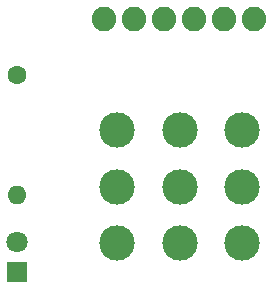
<source format=gbr>
G04 #@! TF.GenerationSoftware,KiCad,Pcbnew,(6.0.4-0)*
G04 #@! TF.CreationDate,2022-04-02T13:17:35-04:00*
G04 #@! TF.ProjectId,3pdt,33706474-2e6b-4696-9361-645f70636258,rev?*
G04 #@! TF.SameCoordinates,Original*
G04 #@! TF.FileFunction,Soldermask,Bot*
G04 #@! TF.FilePolarity,Negative*
%FSLAX46Y46*%
G04 Gerber Fmt 4.6, Leading zero omitted, Abs format (unit mm)*
G04 Created by KiCad (PCBNEW (6.0.4-0)) date 2022-04-02 13:17:35*
%MOMM*%
%LPD*%
G01*
G04 APERTURE LIST*
%ADD10R,1.800000X1.800000*%
%ADD11C,1.800000*%
%ADD12C,2.082800*%
%ADD13C,1.600000*%
%ADD14O,1.600000X1.600000*%
%ADD15C,3.003200*%
G04 APERTURE END LIST*
D10*
X192250000Y-112000000D03*
D11*
X192250000Y-109460000D03*
D12*
X199644000Y-90551000D03*
X202184000Y-90551000D03*
X204724000Y-90551000D03*
X207264000Y-90551000D03*
X209804000Y-90551000D03*
X212344000Y-90551000D03*
D13*
X192250000Y-95250000D03*
D14*
X192250000Y-105410000D03*
D15*
X200701560Y-99951940D03*
X200701560Y-104750000D03*
X200701560Y-109548060D03*
X206000000Y-99951940D03*
X206000000Y-104750000D03*
X206000000Y-109548060D03*
X211298440Y-99951940D03*
X211298440Y-104750000D03*
X211298440Y-109548060D03*
M02*

</source>
